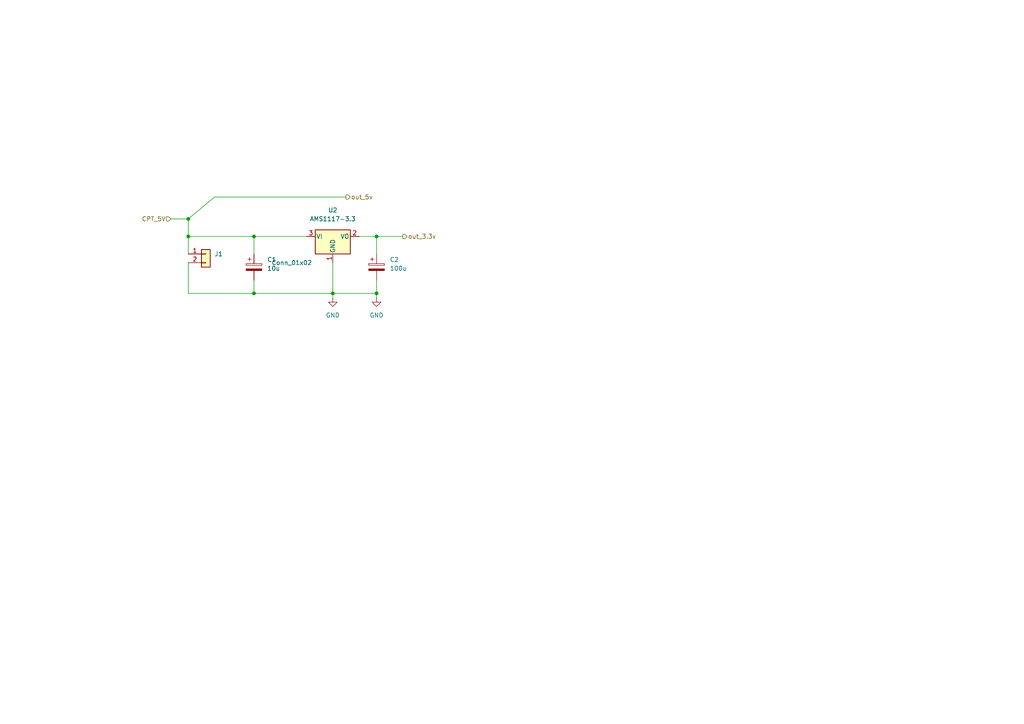
<source format=kicad_sch>
(kicad_sch (version 20211123) (generator eeschema)
  (paper "A4")
  (lib_symbols
    (symbol "Connector_Generic:Conn_01x02" (pin_names (offset 1.016) hide)
      (property "Reference" "J" (at 0 2.54 0))
      (property "Value" "Conn_01x02" (at 0 -5.08 0))
      (symbol "Conn_01x02_1_1"
        (rectangle (start -1.27 -2.413) (end 0 -2.667) (stroke (width 0.1524)))
        (rectangle (start -1.27 0.127) (end 0 -0.127) (stroke (width 0.1524)))
        (rectangle (start -1.27 1.27) (end 1.27 -3.81) (stroke (width 0.254)) (fill (type background)))
        (pin passive line (at -5.08 0 0) (length 3.81) (name "Pin_1") (number "1"))
        (pin passive line (at -5.08 -2.54 0) (length 3.81) (name "Pin_2") (number "2"))
      )
    )
    (symbol "Device:C_Polarized" (pin_numbers hide) (pin_names (offset 0.254))
      (property "Reference" "C" (at 0.635 2.54 0))
      (property "Value" "C_Polarized" (at 0.635 -2.54 0))
      (symbol "C_Polarized_0_1"
        (rectangle (start -2.286 0.508) (end 2.286 1.016))
        (polyline (pts (xy -1.778 2.286) (xy -0.762 2.286)))
        (polyline (pts (xy -1.27 2.794) (xy -1.27 1.778)))
        (rectangle (start 2.286 -0.508) (end -2.286 -1.016) (fill (type outline)))
      )
      (symbol "C_Polarized_1_1"
        (pin passive line (at 0 3.81 270) (length 2.794) (name "~") (number "1"))
        (pin passive line (at 0 -3.81 90) (length 2.794) (name "~") (number "2"))
      )
    )
    (symbol "Regulator_Linear:AMS1117-3.3" (pin_names (offset 0.254))
      (property "Reference" "U" (at -3.81 3.175 0))
      (property "Value" "AMS1117-3.3" (at 0 3.175 0))
      (symbol "AMS1117-3.3_0_1"
        (rectangle (start -5.08 -5.08) (end 5.08 1.905) (stroke (width 0.254)) (fill (type background)))
      )
      (symbol "AMS1117-3.3_1_1"
        (pin power_in line (at 0 -7.62 90) (length 2.54) (name "GND") (number "1"))
        (pin power_out line (at 7.62 0 180) (length 2.54) (name "VO") (number "2"))
        (pin power_in line (at -7.62 0 0) (length 2.54) (name "VI") (number "3"))
      )
    )
    (symbol "power:GND" (power) (pin_names (offset 0))
      (property "Value" "GND" (at 0 -3.81 0))
      (symbol "GND_0_1"
        (polyline (pts (xy 0 0) (xy 0 -1.27) (xy 1.27 -1.27) (xy 0 -2.54) (xy -1.27 -1.27) (xy 0 -1.27)))
      )
      (symbol "GND_1_1"
        (pin power_in line (at 0 0 270) (length 0) hide (name "GND") (number "1"))
      )
    )
  )
  (junction (at 109.22 85.09))
  (junction (at 54.61 63.5))
  (junction (at 73.66 68.58))
  (junction (at 96.52 85.09))
  (junction (at 73.66 85.09))
  (junction (at 109.22 68.58))
  (junction (at 54.61 68.58))
  (wire (pts (xy 96.52 76.2) (xy 96.52 85.09)))
  (wire (pts (xy 109.22 68.58) (xy 116.84 68.58)))
  (wire (pts (xy 54.61 76.2) (xy 54.61 85.09)))
  (wire (pts (xy 54.61 68.58) (xy 73.66 68.58)))
  (wire (pts (xy 73.66 85.09) (xy 54.61 85.09)))
  (wire (pts (xy 73.66 68.58) (xy 88.9 68.58)))
  (wire (pts (xy 49.53 63.5) (xy 54.61 63.5)))
  (wire (pts (xy 109.22 68.58) (xy 109.22 73.66)))
  (wire (pts (xy 96.52 85.09) (xy 96.52 86.36)))
  (wire (pts (xy 104.14 68.58) (xy 109.22 68.58)))
  (wire (pts (xy 73.66 68.58) (xy 73.66 73.66)))
  (wire (pts (xy 54.61 68.58) (xy 54.61 73.66)))
  (wire (pts (xy 62.23 57.15) (xy 100.33 57.15)))
  (wire (pts (xy 62.23 57.15) (xy 54.61 63.5)))
  (wire (pts (xy 109.22 85.09) (xy 109.22 81.28)))
  (wire (pts (xy 96.52 85.09) (xy 109.22 85.09)))
  (wire (pts (xy 109.22 86.36) (xy 109.22 85.09)))
  (wire (pts (xy 73.66 85.09) (xy 96.52 85.09)))
  (wire (pts (xy 73.66 81.28) (xy 73.66 85.09)))
  (wire (pts (xy 54.61 63.5) (xy 54.61 68.58)))
  (hierarchical_label "CPT_5V" (shape input) (at 49.53 63.5 180))
  (hierarchical_label "out_5v" (shape output) (at 100.33 57.15 0))
  (hierarchical_label "out_3.3v" (shape output) (at 116.84 68.58 0))
  (symbol (lib_id "power:GND") (at 109.22 86.36 0) (unit 1)
    (property "Reference" "#PWR?" (effects hide))
    (property "Value" "GND" (at 109.22 91.44 0))
  )
  (symbol (lib_id "Device:C_Polarized") (at 109.22 77.47 0) (unit 1)
    (property "Reference" "C2" (at 113.03 75.3109 0) (effects (justify left)))
    (property "Value" "100u" (at 113.03 77.8509 0) (effects (justify left)))
    (property "Footprint" "Capacitor_SMD:C_0603_1608Metric_Pad1.08x0.95mm_HandSolder" (effects hide))
  )
  (symbol (lib_id "Connector_Generic:Conn_01x02") (at 59.69 73.66 0) (unit 1)
    (property "Reference" "J1" (at 62.23 73.6599 0) (effects (justify left)))
    (property "Value" "Conn_01x02" (at 78.74 76.1999 0) (effects (justify left)))
    (property "Footprint" "TerminalBlock:TerminalBlock_bornier-2_P5.08mm" (effects hide))
  )
  (symbol (lib_id "Device:C_Polarized") (at 73.66 77.47 0) (unit 1)
    (property "Reference" "C1" (at 77.47 75.3109 0) (effects (justify left)))
    (property "Value" "10u" (at 77.47 77.8509 0) (effects (justify left)))
    (property "Footprint" "Capacitor_SMD:C_0603_1608Metric_Pad1.08x0.95mm_HandSolder" (effects hide))
  )
  (symbol (lib_id "Regulator_Linear:AMS1117-3.3") (at 96.52 68.58 0) (unit 1)
    (property "Reference" "U2" (at 96.52 60.96 0))
    (property "Value" "AMS1117-3.3" (at 96.52 63.5 0))
    (property "Footprint" "Package_TO_SOT_SMD:SOT-223-3_TabPin2" (effects hide))
    (property "Datasheet" "http://www.advanced-monolithic.com/pdf/ds1117.pdf" (effects hide))
  )
  (symbol (lib_id "power:GND") (at 96.52 86.36 0) (unit 1)
    (property "Reference" "#PWR0110" (effects hide))
    (property "Value" "GND" (at 96.52 91.44 0))
  )
)
</source>
